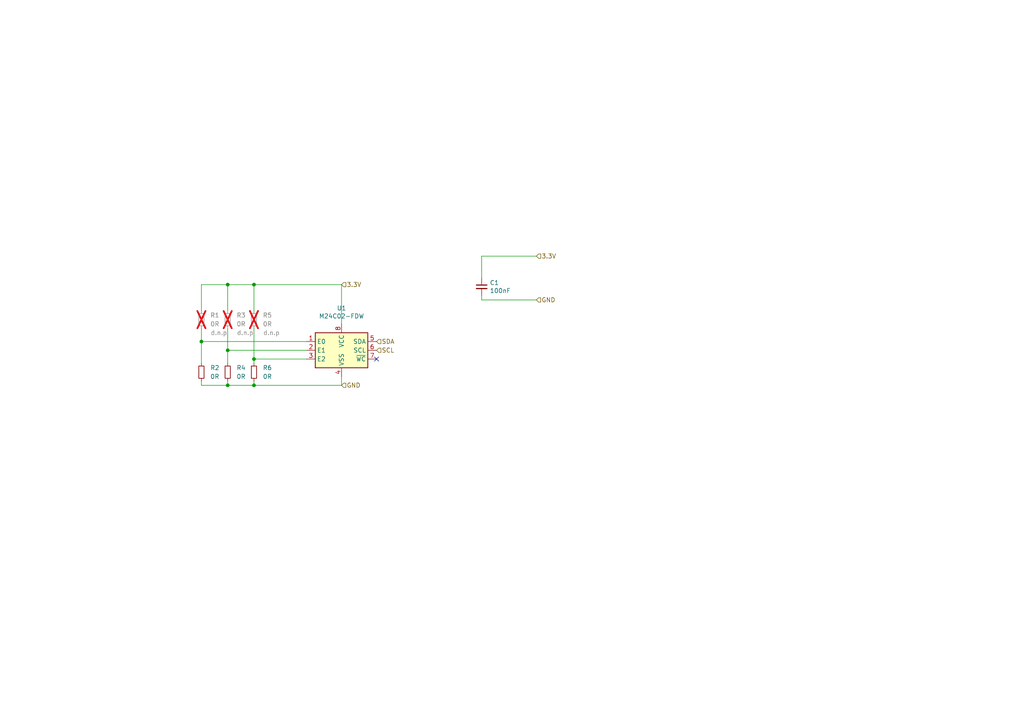
<source format=kicad_sch>
(kicad_sch (version 20231120) (generator "eeschema") (generator_version "8.0")
  (paper "A4")
  (lib_symbols
    (symbol "Device:C_Small" (pin_numbers hide) (pin_names (offset 0.254) hide)
      (property "Reference" "C" (at 0.254 1.778 0))
      (property "Value" "C_Small" (at 0.254 -2.032 0))
      (symbol "C_Small_0_1"
        (polyline (pts (xy -1.524 -0.508) (xy 1.524 -0.508)) (stroke (width 0.3302)))
        (polyline (pts (xy -1.524 0.508) (xy 1.524 0.508)) (stroke (width 0.3048)))
      )
      (symbol "C_Small_1_1"
        (pin passive line (at 0 2.54 270) (length 2.032) (name "~") (number "1"))
        (pin passive line (at 0 -2.54 90) (length 2.032) (name "~") (number "2"))
      )
    )
    (symbol "Device:R_Small" (pin_numbers hide) (pin_names (offset 0.254) hide)
      (property "Reference" "R" (at 0.762 0.508 0))
      (property "Value" "R_Small" (at 0.762 -1.016 0))
      (symbol "R_Small_0_1"
        (rectangle (start -0.762 1.778) (end 0.762 -1.778) (stroke (width 0.2032)))
      )
      (symbol "R_Small_1_1"
        (pin passive line (at 0 2.54 270) (length 0.762) (name "~") (number "1"))
        (pin passive line (at 0 -2.54 90) (length 0.762) (name "~") (number "2"))
      )
    )
    (symbol "Memory_EEPROM:M24C02-FDW"
      (property "Reference" "U" (at -6.35 6.35 0))
      (property "Value" "M24C02-FDW" (at 7.62 6.35 0))
      (symbol "M24C02-FDW_0_1"
        (rectangle (start -7.62 5.08) (end 7.62 -5.08) (stroke (width 0.254)) (fill (type background)))
      )
      (symbol "M24C02-FDW_1_1"
        (pin input line (at -10.16 2.54 0) (length 2.54) (name "E0") (number "1"))
        (pin input line (at -10.16 0 0) (length 2.54) (name "E1") (number "2"))
        (pin input line (at -10.16 -2.54 0) (length 2.54) (name "E2") (number "3"))
        (pin power_in line (at 0 -7.62 90) (length 2.54) (name "VSS") (number "4"))
        (pin bidirectional line (at 10.16 2.54 180) (length 2.54) (name "SDA") (number "5"))
        (pin input line (at 10.16 0 180) (length 2.54) (name "SCL") (number "6"))
        (pin input line (at 10.16 -2.54 180) (length 2.54) (name "~{WC}") (number "7"))
        (pin power_in line (at 0 7.62 270) (length 2.54) (name "VCC") (number "8"))
      )
    )
  )
  (junction (at 73.66 104.14))
  (junction (at 66.04 101.6))
  (junction (at 66.04 111.76))
  (junction (at 73.66 82.55))
  (junction (at 58.42 99.06))
  (junction (at 73.66 111.76))
  (junction (at 66.04 82.55))
  (no_connect (at 109.22 104.14))
  (wire (pts (xy 139.7 74.295) (xy 155.575 74.295)))
  (wire (pts (xy 58.42 90.17) (xy 58.42 82.55)))
  (wire (pts (xy 73.66 105.41) (xy 73.66 104.14)))
  (wire (pts (xy 73.66 82.55) (xy 73.66 90.17)))
  (wire (pts (xy 99.06 111.76) (xy 99.06 109.22)))
  (wire (pts (xy 58.42 105.41) (xy 58.42 99.06)))
  (wire (pts (xy 58.42 82.55) (xy 66.04 82.55)))
  (wire (pts (xy 139.7 86.995) (xy 155.575 86.995)))
  (wire (pts (xy 58.42 99.06) (xy 88.9 99.06)))
  (wire (pts (xy 73.66 111.76) (xy 99.06 111.76)))
  (wire (pts (xy 66.04 105.41) (xy 66.04 101.6)))
  (wire (pts (xy 139.7 74.295) (xy 139.7 80.645)))
  (wire (pts (xy 73.66 95.25) (xy 73.66 104.14)))
  (wire (pts (xy 73.66 104.14) (xy 88.9 104.14)))
  (wire (pts (xy 73.66 111.76) (xy 73.66 110.49)))
  (wire (pts (xy 58.42 95.25) (xy 58.42 99.06)))
  (wire (pts (xy 73.66 82.55) (xy 99.06 82.55)))
  (wire (pts (xy 58.42 111.76) (xy 66.04 111.76)))
  (wire (pts (xy 66.04 111.76) (xy 73.66 111.76)))
  (wire (pts (xy 58.42 110.49) (xy 58.42 111.76)))
  (wire (pts (xy 66.04 95.25) (xy 66.04 101.6)))
  (wire (pts (xy 139.7 86.995) (xy 139.7 85.725)))
  (wire (pts (xy 66.04 101.6) (xy 88.9 101.6)))
  (wire (pts (xy 66.04 82.55) (xy 73.66 82.55)))
  (wire (pts (xy 66.04 82.55) (xy 66.04 90.17)))
  (wire (pts (xy 66.04 111.76) (xy 66.04 110.49)))
  (wire (pts (xy 99.06 82.55) (xy 99.06 93.98)))
  (hierarchical_label "GND" (shape input) (at 155.575 86.995 0))
  (hierarchical_label "3.3V" (shape input) (at 99.06 82.55 0))
  (hierarchical_label "3.3V" (shape input) (at 155.575 74.295 0))
  (hierarchical_label "SDA" (shape input) (at 109.22 99.06 0))
  (hierarchical_label "SCL" (shape input) (at 109.22 101.6 0))
  (hierarchical_label "GND" (shape input) (at 99.06 111.76 0))
  (symbol (lib_id "Memory_EEPROM:M24C02-FDW") (at 99.06 101.6 0) (unit 1)
    (property "Reference" "U1" (at 99.06 89.3826 0))
    (property "Value" "M24C02-FDW" (at 99.06 91.694 0))
    (property "Footprint" "Package_SO:TSSOP-8_4.4x3mm_P0.65mm" (effects (hide yes)))
    (property "Datasheet" "http://www.st.com/content/ccc/resource/technical/document/datasheet/b0/d8/50/40/5a/85/49/6f/DM00071904.pdf/files/DM00071904.pdf/jcr:content/translations/en.DM00071904.pdf" (effects (hide yes)))
    (property "Description" "2Kb (256x8) I2C Serial EEPROM, 1.6-5.5V, TSSOP-8" (effects (hide yes)))
    (property "lcsc" "C152731" (effects (hide yes)))
  )
  (symbol (lib_id "Device:C_Small") (at 139.7 83.185 0) (unit 1)
    (property "Reference" "C1" (at 142.0368 82.0166 0) (effects (justify left)))
    (property "Value" "100nF" (at 142.0368 84.328 0) (effects (justify left)))
    (property "Footprint" "Capacitor_SMD:C_0603_1608Metric" (effects (hide yes)))
    (property "Description" "Unpolarized capacitor, small symbol" (effects (hide yes)))
    (property "lcsc" "C14663" (effects (hide yes)))
  )
  (symbol (lib_id "Device:R_Small") (at 66.04 92.71 0) (unit 1) (dnp yes)
    (property "Reference" "R3" (at 68.58 91.4399 0) (effects (justify left)))
    (property "Value" "0R" (at 68.58 93.9799 0) (effects (justify left)))
    (property "Footprint" "Resistor_SMD:R_0603_1608Metric" (effects (hide yes)))
    (property "Description" "Resistor, small symbol" (effects (hide yes)))
    (property "Populated" "d.n.p" (at 71.12 96.52 0))
    (property "lcsc" "C21189" (effects (hide yes)))
  )
  (symbol (lib_id "Device:R_Small") (at 66.04 107.95 0) (unit 1)
    (property "Reference" "R4" (at 68.58 106.6799 0) (effects (justify left)))
    (property "Value" "0R" (at 68.58 109.2199 0) (effects (justify left)))
    (property "Footprint" "Resistor_SMD:R_0603_1608Metric" (effects (hide yes)))
    (property "Description" "Resistor, small symbol" (effects (hide yes)))
    (property "lcsc" "C21189" (effects (hide yes)))
  )
  (symbol (lib_id "Device:R_Small") (at 73.66 107.95 0) (unit 1)
    (property "Reference" "R6" (at 76.2 106.6799 0) (effects (justify left)))
    (property "Value" "0R" (at 76.2 109.2199 0) (effects (justify left)))
    (property "Footprint" "Resistor_SMD:R_0603_1608Metric" (effects (hide yes)))
    (property "Description" "Resistor, small symbol" (effects (hide yes)))
    (property "lcsc" "C21189" (effects (hide yes)))
  )
  (symbol (lib_id "Device:R_Small") (at 58.42 107.95 0) (unit 1)
    (property "Reference" "R2" (at 60.96 106.6799 0) (effects (justify left)))
    (property "Value" "0R" (at 60.96 109.2199 0) (effects (justify left)))
    (property "Footprint" "Resistor_SMD:R_0603_1608Metric" (effects (hide yes)))
    (property "Description" "Resistor, small symbol" (effects (hide yes)))
    (property "lcsc" "C21189" (effects (hide yes)))
  )
  (symbol (lib_id "Device:R_Small") (at 58.42 92.71 0) (unit 1) (dnp yes)
    (property "Reference" "R1" (at 60.96 91.4399 0) (effects (justify left)))
    (property "Value" "0R" (at 60.96 93.9799 0) (effects (justify left)))
    (property "Footprint" "Resistor_SMD:R_0603_1608Metric" (effects (hide yes)))
    (property "Description" "Resistor, small symbol" (effects (hide yes)))
    (property "Populated" "d.n.p" (at 63.5 96.52 0))
    (property "lcsc" "C21189" (effects (hide yes)))
  )
  (symbol (lib_id "Device:R_Small") (at 73.66 92.71 0) (unit 1) (dnp yes)
    (property "Reference" "R5" (at 76.2 91.4399 0) (effects (justify left)))
    (property "Value" "0R" (at 76.2 93.9799 0) (effects (justify left)))
    (property "Footprint" "Resistor_SMD:R_0603_1608Metric" (effects (hide yes)))
    (property "Description" "Resistor, small symbol" (effects (hide yes)))
    (property "Populated" "d.n.p" (at 78.74 96.52 0))
    (property "lcsc" "C21189" (effects (hide yes)))
  )
)
</source>
